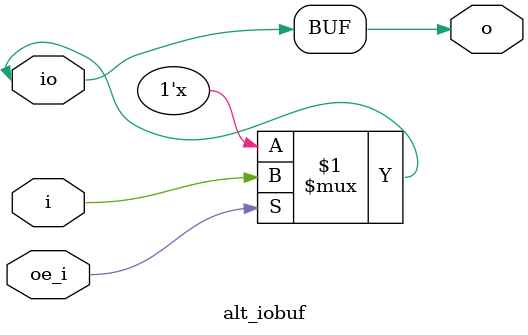
<source format=v>
/*****************************************************************************

  Description: IOB_INOUT 3-State Buffer

  Copyright (C) 2020 IObundle, Lda  All rights reserved

******************************************************************************/
`timescale 1ns / 1ps

module alt_iobuf
  (
   input  i,
   input  oe_i,
   output o,
   inout  io
   );

   assign io = oe_i? i : 1'bz;
   assign o = io;

endmodule

</source>
